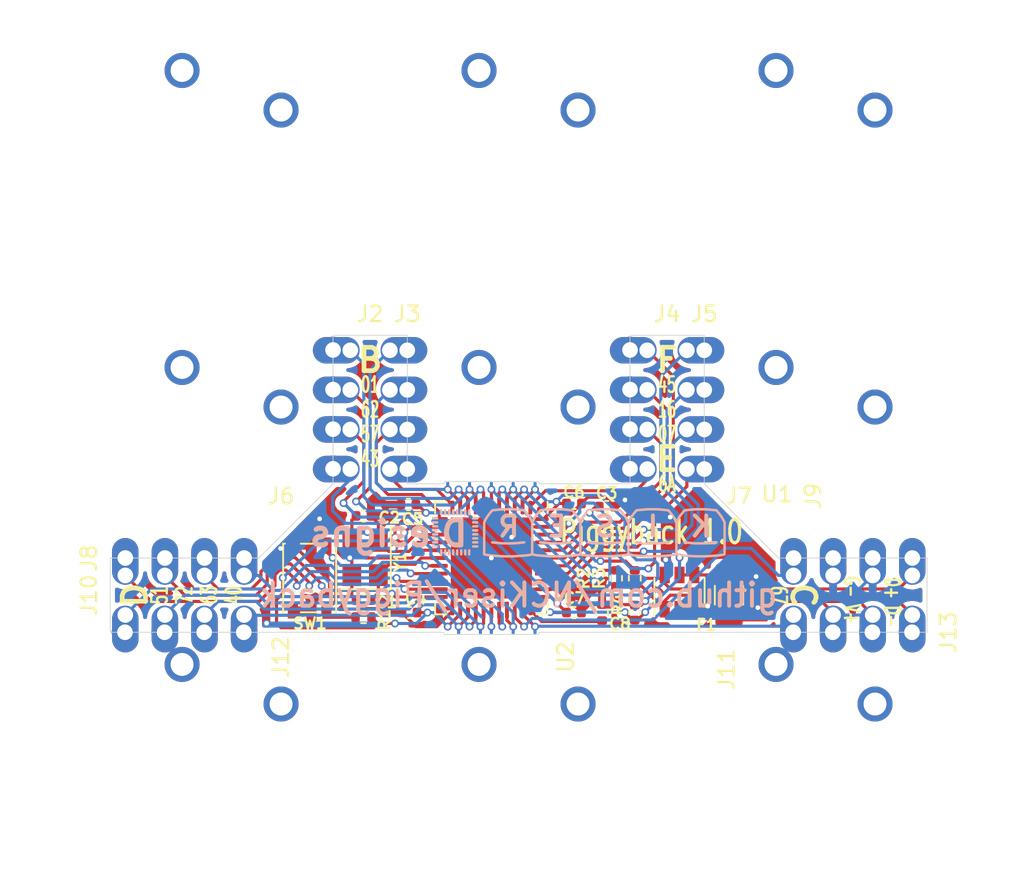
<source format=kicad_pcb>
(kicad_pcb (version 20210824) (generator pcbnew)
  (layers (0 "F.Cu" signal) (31 "B.Cu" signal) (34 "B.Paste" user) (35 "F.Paste" user) (36 "B.SilkS" user "B.Silkscreen") (37 "F.SilkS" user "F.Silkscreen") (38 "B.Mask" user) (39 "F.Mask" user) (44 "Edge.Cuts" user))
  (net 0 "")
  (net 1 "GND")
  (net 2 "+5V")
  (net 3 "VCC")
  (net 4 "D-")
  (net 5 "D+")
  (net 24 "RESET")
  (net 25 "D++")
  (net 26 "D--")
  (net 27 "X1")
  (net 28 "X2")
  (net 29 "UCAP")
  (net 30 "E2{slash}HWB")
  (net 31 "AREF")
  (net 32 "F0")
  (net 33 "F1")
  (net 34 "F4")
  (net 35 "F5")
  (net 36 "F6")
  (net 37 "F7")
  (net 38 "C7")
  (net 39 "C6")
  (net 40 "B6")
  (net 41 "B5")
  (net 42 "B4")
  (net 43 "D7")
  (net 44 "D6")
  (net 45 "D4")
  (net 46 "D5")
  (net 47 "D3")
  (net 48 "D2")
  (net 49 "D1")
  (net 50 "D0")
  (net 51 "B7")
  (net 52 "B0")
  (net 53 "E6")
  (net 54 "B3")
  (net 55 "B2")
  (net 56 "B1")
  (footprint "Capacitor_SMD:C_0402_1005Metric" (layer "F.Cu") (at 93.175 86.84375 90)
    (fp_text reference "C8")
    (fp_text value "10uF")
  )
  (footprint "Crystal:Crystal_SMD_3225-4Pin_3.2x2.5mm" (layer "F.Cu") (at 75.875 83.34375 90)
    (fp_text reference "Y1")
    (fp_text value "16MHz")
  )
  (footprint "Capacitor_SMD:C_0402_1005Metric" (layer "F.Cu") (at 75.775 86.04375 180)
    (fp_text reference "C1")
    (fp_text value "22pF")
  )
  (footprint "Capacitor_SMD:C_0402_1005Metric" (layer "F.Cu") (at 78.725 86.84375 180)
    (fp_text reference "C4")
    (fp_text value "0.1uF")
  )
  (footprint "Capacitor_SMD:C_0402_1005Metric" (layer "F.Cu") (at 75.775 80.64375 180)
    (fp_text reference "C2")
    (fp_text value "22pF")
  )
  (footprint "Capacitor_SMD:C_0402_1005Metric" (layer "F.Cu") (at 78.653459 79.908459 180)
    (fp_text reference "C5")
    (fp_text value "0.1uF")
  )
  (footprint "Capacitor_SMD:C_0402_1005Metric" (layer "F.Cu") (at 89.275 79.84375)
    (fp_text reference "C6")
    (fp_text value "0.1uF")
  )
  (footprint "Capacitor_SMD:C_0402_1005Metric" (layer "F.Cu") (at 91.375 80.04375)
    (fp_text reference "C3")
    (fp_text value "1uF")
  )
  (footprint "Resistor_SMD:R_0402_1005Metric" (layer "F.Cu") (at 75.775 87.14375 180)
    (fp_text reference "R1")
    (fp_text value "10k")
  )
  (footprint "Resistor_SMD:R_0402_1005Metric" (layer "F.Cu") (at 91.075 86.84375 -90)
    (fp_text reference "R4")
    (fp_text value "10K")
  )
  (footprint "Button_Switch_SMD:SW_SPST_PTS810" (layer "F.Cu") (at 72.317123 84.625014 90)
    (fp_text reference "SW1")
    (fp_text value "SW_Push")
  )
  (footprint "Fuse:Fuse_1206_3216Metric" (layer "F.Cu") (at 99.21875 85.725 -90)
    (fp_text reference "F1")
    (fp_text value "500mA")
  )
  (footprint "Resistor_SMD:R_0402_1005Metric" (layer "F.Cu") (at 93.175 84.64375 -90)
    (fp_text reference "R3")
    (fp_text value "22")
  )
  (footprint "Resistor_SMD:R_0402_1005Metric" (layer "F.Cu") (at 91.975 84.64375 -90)
    (fp_text reference "R2")
    (fp_text value "22")
  )
  (footprint "Capacitor_SMD:C_0402_1005Metric" (layer "F.Cu") (at 89.275 86.84375)
    (fp_text reference "C7")
    (fp_text value "0.1uF")
  )
  (footprint "Connector_PinHeader_2.54mm:PinHeader_1x04_P2.54mm_Vertical" (layer "F.Cu") (at 68.09375 88.10625 -90)
    (fp_text reference "J12")
    (fp_text value "Conn_01x04_Female")
  )
  (footprint "Package_TO_SOT_SMD:SOT-23-6" (layer "F.Cu") (at 96.04375 85.53 90)
    (fp_text reference "U1")
    (fp_text value "SRV05-4")
  )
  (footprint "Connector_PinHeader_2.54mm:PinHeader_1x04_P2.54mm_Vertical" (layer "F.Cu") (at 92.86875 77.61875 180)
    (fp_text reference "J7")
    (fp_text value "Conn_01x04_Female")
  )
  (footprint "Connector_PinHeader_2.54mm:PinHeader_1x04_P2.54mm_Vertical" (layer "F.Cu") (at 97.63125 70.01875)
    (fp_text reference "J5")
    (fp_text value "Conn_01x04_Female")
  )
  (footprint "Connector_PinHeader_2.54mm:PinHeader_1x04_P2.54mm_Vertical" (layer "F.Cu") (at 78.58125 70.01875)
    (fp_text reference "J3")
    (fp_text value "Conn_01x04_Female")
  )
  (footprint "Connector_PinHeader_2.54mm:PinHeader_2x04_P2.54mm_Vertical" (layer "F.Cu") (at 93.975 70.01875)
    (fp_text reference "J4")
    (fp_text value "Conn_02x04_Odd_Even")
  )
  (footprint "Connector_PinHeader_2.54mm:PinHeader_1x04_P2.54mm_Vertical" (layer "F.Cu") (at 103.35625 83.34375 90)
    (fp_text reference "J9")
    (fp_text value "Conn_01x04_Female")
  )
  (footprint "Connector_PinHeader_2.54mm:PinHeader_1x04_P2.54mm_Vertical" (layer "F.Cu") (at 60.49375 83.34375 90)
    (fp_text reference "J8")
    (fp_text value "Conn_01x04_Female")
  )
  (footprint "Connector_PinHeader_2.54mm:PinHeader_1x04_P2.54mm_Vertical" (layer "F.Cu") (at 73.81875 77.61875 180)
    (fp_text reference "J6")
    (fp_text value "Conn_01x04_Female")
  )
  (footprint "Connector_PinHeader_2.54mm:PinHeader_2x04_P2.54mm_Vertical" (layer "F.Cu") (at 60.49375 87 90)
    (fp_text reference "J10")
    (fp_text value "Conn_02x04_Odd_Even")
  )
  (footprint "Connector_PinHeader_2.54mm:PinHeader_1x04_P2.54mm_Vertical" (layer "F.Cu") (at 110.95625 88.10625 -90)
    (fp_text reference "J13")
    (fp_text value "Conn_01x04_Female")
  )
  (footprint "Connector_PinHeader_2.54mm:PinHeader_2x04_P2.54mm_Vertical" (layer "F.Cu") (at 74.925 70.01875)
    (fp_text reference "J2")
    (fp_text value "Conn_02x04_Odd_Even")
  )
  (footprint "Package_DFN_QFN:QFN-44-1EP_7x7mm_P0.5mm_EP5.2x5.2mm" (layer "F.Cu") (at 83.975 83.34375 -90)
    (fp_text reference "U2")
    (fp_text value "ATmega32U4-MU")
  )
  (footprint "Connector_PinHeader_2.54mm:PinHeader_2x04_P2.54mm_Vertical" (layer "F.Cu") (at 103.35625 87 90)
    (fp_text reference "J11")
    (fp_text value "Conn_02x04_Odd_Even")
  )
  (footprint "MX_Only:MXOnly-1U-NoLED" (layer "B.Cu") (at 66.675 57.15 180)
    (fp_text reference "MX1")
    (fp_text value "MX-NoLED")
  )
  (footprint "MX_Only:MXOnly-1U-NoLED" (layer "B.Cu") (at 66.675 76.2 180)
    (fp_text reference "MX4")
    (fp_text value "MX-NoLED")
  )
  (footprint "MX_Only:MXOnly-1U-NoLED" (layer "B.Cu") (at 66.675 95.25 180)
    (fp_text reference "MX7")
    (fp_text value "MX-NoLED")
  )
  (footprint "MX_Only:MXOnly-1U-NoLED" (layer "B.Cu") (at 85.725 57.15 180)
    (fp_text reference "MX2")
    (fp_text value "MX-NoLED")
  )
  (footprint "MX_Only:MXOnly-1U-NoLED" (layer "B.Cu") (at 85.725 76.2 180)
    (fp_text reference "MX5")
    (fp_text value "MX-NoLED")
  )
  (footprint "MX_Only:MXOnly-1U-NoLED" (layer "B.Cu") (at 85.725 95.25 180)
    (fp_text reference "MX8")
    (fp_text value "MX-NoLED")
  )
  (footprint "MX_Only:MXOnly-1U-NoLED" (layer "B.Cu") (at 104.775 57.15 180)
    (fp_text reference "MX3")
    (fp_text value "MX-NoLED")
  )
  (footprint "MX_Only:MXOnly-1U-NoLED" (layer "B.Cu") (at 104.775 76.2 180)
    (fp_text reference "MX6")
    (fp_text value "MX-NoLED")
  )
  (footprint "MX_Only:MXOnly-1U-NoLED" (layer "B.Cu") (at 104.775 95.25 180)
    (fp_text reference "MX9")
    (fp_text value "MX-NoLED")
  )
  (footprint "LOGO" (layer "B.Cu") (at 85.725 81.75625 180)
    (fp_text reference "G***" hide)
    (fp_text value "LOGO" hide)
  )
  (gr_line (start 80.975 88.24375) (end 86.975 88.24375) (layer "Edge.Cuts") (width 0.05))
  (gr_line (start 78.58125 69.05625) (end 78.58125 78.58125) (layer "Edge.Cuts") (width 0.05))
  (gr_line (start 86.975 88.24375) (end 87.075 88.10625) (layer "Edge.Cuts") (width 0.05))
  (gr_line (start 78.58125 78.58125) (end 80.875 78.58125) (layer "Edge.Cuts") (width 0.05))
  (gr_line (start 111.91875 83.34375) (end 111.91875 88.10625) (layer "Edge.Cuts") (width 0.05))
  (gr_line (start 59.53125 83.34375) (end 69.05625 83.34375) (layer "Edge.Cuts") (width 0.05))
  (gr_line (start 102.39375 83.34375) (end 111.91875 83.34375) (layer "Edge.Cuts") (width 0.05))
  (gr_line (start 59.53125 88.10625) (end 80.875 88.10625) (layer "Edge.Cuts") (width 0.05))
  (gr_line (start 92.86875 69.05625) (end 97.63125 69.05625) (layer "Edge.Cuts") (width 0.05))
  (gr_line (start 73.81875 69.05625) (end 78.58125 69.05625) (layer "Edge.Cuts") (width 0.05))
  (gr_line (start 80.975 88.24375) (end 80.875 88.10625) (layer "Edge.Cuts") (width 0.05))
  (gr_line (start 80.975 78.44375) (end 80.875 78.58125) (layer "Edge.Cuts") (width 0.05))
  (gr_line (start 69.05625 83.34375) (end 73.81875 78.58125) (layer "Edge.Cuts") (width 0.05))
  (gr_line (start 86.975 78.44375) (end 87.075 78.58125) (layer "Edge.Cuts") (width 0.05))
  (gr_line (start 97.63125 69.05625) (end 97.63125 78.58125) (layer "Edge.Cuts") (width 0.05))
  (gr_line (start 80.975 78.44375) (end 86.975 78.44375) (layer "Edge.Cuts") (width 0.05))
  (gr_line (start 92.86875 78.58125) (end 87.075 78.58125) (layer "Edge.Cuts") (width 0.05))
  (gr_line (start 59.53125 88.10625) (end 59.53125 83.34375) (layer "Edge.Cuts") (width 0.05))
  (gr_line (start 73.81875 78.58125) (end 73.81875 69.05625) (layer "Edge.Cuts") (width 0.05))
  (gr_line (start 97.63125 78.58125) (end 102.39375 83.34375) (layer "Edge.Cuts") (width 0.05))
  (gr_line (start 92.86875 78.58125) (end 92.86875 69.05625) (layer "Edge.Cuts") (width 0.05))
  (gr_line (start 111.91875 88.10625) (end 87.075 88.10625) (layer "Edge.Cuts") (width 0.05))
  (gr_text "github.com/NCKiser/Piggyback" (at 85.725 85.725) (layer "B.SilkS") (effects (font (size 1.5 1.4) (thickness 0.25)) (justify mirror)))
  (gr_text "D+ D-" (at 109.694408 86.171253 270) (layer "F.SilkS") (effects (font (size 1 0.6))))
  (gr_text "51" (at 62.70125 85.725 90) (layer "F.SilkS") (effects (font (size 1 0.6))))
  (gr_text "B" (at 76.2 70.64875) (layer "F.SilkS") (effects (font (size 1.5 1.5) (thickness 0.3))))
  (gr_text "C" (at 103.98125 85.725 270) (layer "F.SilkS") (effects (font (size 1.5 1.5) (thickness 0.3))))
  (gr_text "57" (at 76.195 75.40625) (layer "F.SilkS") (effects (font (size 1 0.6))))
  (gr_text "63\n" (at 65.87625 85.725 90) (layer "F.SilkS") (effects (font (size 1 0.6))))
  (gr_text "D" (at 61.11375 85.725 90) (layer "F.SilkS") (effects (font (size 1.5 1.5) (thickness 0.3))))
  (gr_text "16" (at 95.245 73.81875) (layer "F.SilkS") (effects (font (size 1 0.6))))
  (gr_text "G- V+" (at 107.099131 86.029309 270) (layer "F.SilkS") (effects (font (size 1 0.6))))
  (gr_text "67" (at 102.39375 85.725 270) (layer "F.SilkS") (effects (font (size 1 0.6))))
  (gr_text "43" (at 76.195 76.99375) (layer "F.SilkS") (effects (font (size 1 0.6))))
  (gr_text "E" (at 95.245 76.99875) (layer "F.SilkS") (effects (font (size 1.5 1.5) (thickness 0.3))))
  (gr_text "07" (at 95.245 75.40625) (layer "F.SilkS") (effects (font (size 1 0.6))))
  (gr_text "6A" (at 95.25 78.58625) (layer "F.SilkS") (effects (font (size 1 0.6))))
  (gr_text "45" (at 95.245 72.23125) (layer "F.SilkS") (effects (font (size 1 0.6))))
  (gr_text "Piggyback 1.0" (at 94.239155 81.678156) (layer "F.SilkS") (effects (font (size 1.5 1.1) (thickness 0.2))))
  (gr_text "72" (at 64.28875 85.73 90) (layer "F.SilkS") (effects (font (size 1 0.6))))
  (gr_text "F" (at 95.245 70.64375) (layer "F.SilkS") (effects (font (size 1.5 1.5) (thickness 0.3))))
  (gr_text "40" (at 67.46375 85.725 90) (layer "F.SilkS") (effects (font (size 1 0.6))))
  (gr_text "01" (at 76.195 72.23125) (layer "F.SilkS") (effects (font (size 1 0.6))))
  (gr_text "62" (at 76.195 73.81875) (layer "F.SilkS") (effects (font (size 1 0.6))))
  (segment (start 87.3125 81.34375) (end 85.975 81.34375) (width 0.2) (layer "F.Cu") (net 1))
  (segment (start 73.995 81.61875) (end 74.059743 81.683493) (width 0.2) (layer "F.Cu") (net 1))
  (segment (start 89.755 86.84375) (end 90.265 86.33375) (width 0.2) (layer "F.Cu") (net 1))
  (segment (start 93.593414 86.36375) (end 93.851082 86.106082) (width 0.2) (layer "F.Cu") (net 1))
  (segment (start 74.059743 81.683493) (end 74.059743 82.906575) (width 0.2) (layer "F.Cu") (net 1))
  (segment (start 89.755 79.84375) (end 89.08 80.51875) (width 0.2) (layer "F.Cu") (net 1))
  (segment (start 93.59 86.36375) (end 93.593414 86.36375) (width 0.2) (layer "F.Cu") (net 1))
  (segment (start 84.475 80.00625) (end 84.475 82.84375) (width 0.2) (layer "F.Cu") (net 1))
  (segment (start 100.95625 84.53) (end 100.95625 83.73) (width 0.2) (layer "F.Cu") (net 1))
  (segment (start 70.45625 82.73) (end 70.636236 82.550014) (width 0.2) (layer "F.Cu") (net 1))
  (segment (start 76.725 82.24375) (end 77.4 82.91875) (width 0.2) (layer "F.Cu") (net 1))
  (segment (start 84.475 80.00625) (end 84.475 79.14375) (width 0.2) (layer "F.Cu") (net 1))
  (segment (start 90.265 86.33375) (end 91.075 86.33375) (width 0.2) (layer "F.Cu") (net 1))
  (segment (start 80.6375 82.34375) (end 82.975 82.34375) (width 0.2) (layer "F.Cu") (net 1))
  (segment (start 96.99375 86.63) (end 97.65625 86.63) (width 0.2) (layer "F.Cu") (net 1))
  (segment (start 78.695 82.91875) (end 79.27 82.34375) (width 0.2) (layer "F.Cu") (net 1))
  (segment (start 77.987533 86.586283) (end 78.245 86.84375) (width 0.2) (layer "F.Cu") (net 1))
  (segment (start 75.025 84.44375) (end 75.025 83.46125) (width 0.2) (layer "F.Cu") (net 1))
  (segment (start 95.445 80.71875) (end 95.445 83.167187) (width 0.2) (layer "F.Cu") (net 1))
  (segment (start 71.242123 82.550014) (end 71.963736 82.550014) (width 0.2) (layer "F.Cu") (net 1))
  (segment (start 93.175 86.36375) (end 93.59 86.36375) (width 0.2) (layer "F.Cu") (net 1))
  (segment (start 81.475 86.68125) (end 81.475 85.84375) (width 0.2) (layer "F.Cu") (net 1))
  (segment (start 95.445 83.167187) (end 95.159732 83.452455) (width 0.2) (layer "F.Cu") (net 1))
  (segment (start 72.895 81.61875) (end 73.995 81.61875) (width 0.2) (layer "F.Cu") (net 1))
  (segment (start 73.595 85.41875) (end 73.595 84.81875) (width 0.2) (layer "F.Cu") (net 1))
  (segment (start 91.855 80.04375) (end 91.255 79.44375) (width 0.2) (layer "F.Cu") (net 1))
  (segment (start 75.295 86.04375) (end 75.837533 86.586283) (width 0.2) (layer "F.Cu") (net 1))
  (segment (start 79.145 87.74375) (end 78.245 86.84375) (width 0.2) (layer "F.Cu") (net 1))
  (segment (start 74.059743 82.906575) (end 74.483168 83.33) (width 0.2) (layer "F.Cu") (net 1))
  (segment (start 75.025 85.77375) (end 75.025 84.44375) (width 0.2) (layer "F.Cu") (net 1))
  (segment (start 75.837533 86.586283) (end 77.987533 86.586283) (width 0.2) (layer "F.Cu") (net 1))
  (segment (start 89.755 86.84375) (end 88.255 85.34375) (width 0.2) (layer "F.Cu") (net 1))
  (segment (start 91.255 79.44375) (end 90.155 79.44375) (width 0.2) (layer "F.Cu") (net 1))
  (segment (start 100.95625 83.73) (end 97.945 80.71875) (width 0.2) (layer "F.Cu") (net 1))
  (segment (start 75.295 86.04375) (end 75.025 85.77375) (width 0.2) (layer "F.Cu") (net 1))
  (segment (start 75.025 83.46125) (end 74.89375 83.33) (width 0.2) (layer "F.Cu") (net 1))
  (segment (start 70.636236 82.550014) (end 71.242123 82.550014) (width 0.2) (layer "F.Cu") (net 1))
  (segment (start 76.725 81.11375) (end 76.255 80.64375) (width 0.2) (layer "F.Cu") (net 1))
  (segment (start 89.08 80.51875) (end 88.645 80.51875) (width 0.2) (layer "F.Cu") (net 1))
  (segment (start 78.245 80.07875) (end 78.245 79.84375) (width 0.2) (layer "F.Cu") (net 1))
  (segment (start 79.27 82.34375) (end 80.6375 82.34375) (width 0.2) (layer "F.Cu") (net 1))
  (segment (start 77.4 82.91875) (end 78.695 82.91875) (width 0.2) (layer "F.Cu") (net 1))
  (segment (start 71.242123 86.700014) (end 72.113736 86.700014) (width 0.2) (layer "F.Cu") (net 1))
  (segment (start 76.725 81.59875) (end 78.245 80.07875) (width 0.2) (layer "F.Cu") (net 1))
  (segment (start 88.255 85.34375) (end 87.3125 85.34375) (width 0.2) (layer "F.Cu") (net 1))
  (segment (start 73.295 85.71875) (end 73.595 85.41875) (width 0.2) (layer "F.Cu") (net 1))
  (segment (start 97.65625 86.63) (end 97.85625 86.43) (width 0.2) (layer "F.Cu") (net 1))
  (segment (start 91.855 80.04375) (end 92.12 80.04375) (width 0.2) (layer "F.Cu") (net 1))
  (segment (start 74.483168 83.33) (end 74.89375 83.33) (width 0.2) (layer "F.Cu") (net 1))
  (segment (start 97.945 80.71875) (end 95.445 80.71875) (width 0.2) (layer "F.Cu") (net 1))
  (segment (start 71.963736 82.550014) (end 72.895 81.61875) (width 0.2) (layer "F.Cu") (net 1))
  (segment (start 80.475 87.74375) (end 79.145 87.74375) (width 0.2) (layer "F.Cu") (net 1))
  (segment (start 76.725 81.11375) (end 76.725 82.24375) (width 0.2) (layer "F.Cu") (net 1))
  (segment (start 90.155 79.44375) (end 89.755 79.84375) (width 0.2) (layer "F.Cu") (net 1))
  (segment (start 73.095 85.71875) (end 73.295 85.71875) (width 0.2) (layer "F.Cu") (net 1))
  (segment (start 87.3125 85.34375) (end 85.975 85.34375) (width 0.2) (layer "F.Cu") (net 1))
  (segment (start 92.12 80.04375) (end 92.545 79.61875) (width 0.2) (layer "F.Cu") (net 1))
  (segment (start 96.04375 86.63) (end 96.99375 86.63) (width 0.2) (layer "F.Cu") (net 1))
  (segment (start 72.113736 86.700014) (end 73.095 85.71875) (width 0.2) (layer "F.Cu") (net 1))
  (segment (start 88.645 80.51875) (end 87.82 81.34375) (width 0.2) (layer "F.Cu") (net 1))
  (segment (start 84.475 79.14375) (end 84.675 78.94375) (width 0.2) (layer "F.Cu") (net 1))
  (segment (start 81.475 86.74375) (end 80.475 87.74375) (width 0.2) (layer "F.Cu") (net 1))
  (segment (start 91.075 86.33375) (end 93.145 86.33375) (width 0.2) (layer "F.Cu") (net 1))
  (segment (start 87.82 81.34375) (end 87.3125 81.34375) (width 0.2) (layer "F.Cu") (net 1))
  (segment (start 73.595 84.81875) (end 71.326264 82.550014) (width 0.2) (layer "F.Cu") (net 1))
  (via (at 95.445 80.71875) (size 0.5) (drill 0.3) (layers "F.Cu" "B.Cu") (net 1))
  (via (at 72.95625 80.83) (size 0.5) (drill 0.3) (layers "F.Cu" "B.Cu") (net 1))
  (via (at 97.95625 82.13) (size 0.5) (drill 0.3) (layers "F.Cu" "B.Cu") (net 1))
  (via (at 95.159732 83.452455) (size 0.5) (drill 0.3) (layers "F.Cu" "B.Cu") (net 1))
  (via (at 70.45625 82.73) (size 0.5) (drill 0.3) (layers "F.Cu" "B.Cu") (net 1))
  (via (at 92.545 79.61875) (size 0.5) (drill 0.3) (layers "F.Cu" "B.Cu") (net 1))
  (via (at 97.85625 86.43) (size 0.5) (drill 0.3) (layers "F.Cu" "B.Cu") (net 1))
  (via (at 74.89375 83.33) (size 0.5) (drill 0.3) (layers "F.Cu" "B.Cu") (net 1))
  (via (at 101.069063 86.523749) (size 0.5) (drill 0.3) (layers "F.Cu" "B.Cu") (net 1))
  (via (at 83.975 83.34375) (size 0.5) (drill 0.3) (layers "F.Cu" "B.Cu") (net 1))
  (via (at 84.675 78.94375) (size 0.5) (drill 0.3) (layers "F.Cu" "B.Cu") (net 1))
  (via (at 90.55625 84.83) (size 0.5) (drill 0.3) (layers "F.Cu" "B.Cu") (net 1))
  (via (at 93.851082 86.106082) (size 0.5) (drill 0.3) (layers "F.Cu" "B.Cu") (net 1))
  (via (at 76.021539 81.675334) (size 0.5) (drill 0.3) (layers "F.Cu" "B.Cu") (net 1))
  (via (at 77.695 82.71875) (size 0.5) (drill 0.3) (layers "F.Cu" "B.Cu") (net 1))
  (via (at 100.95625 84.53) (size 0.5) (drill 0.3) (layers "F.Cu" "B.Cu") (net 1))
  (via (at 85.27633 82.009919) (size 0.5) (drill 0.3) (layers "F.Cu" "B.Cu") (net 1))
  (via (at 69.55625 87.53) (size 0.5) (drill 0.3) (layers "F.Cu" "B.Cu") (net 1))
  (segment (start 82.275 86.04375) (end 83.375 87.14375) (width 0.2) (layer "B.Cu") (net 1))
  (segment (start 84.675 78.94375) (end 89.975 84.24375) (width 0.2) (layer "B.Cu") (net 1))
  (segment (start 102.6675 85.71875) (end 102.145 85.71875) (width 0.2) (layer "B.Cu") (net 1))
  (segment (start 94.345 79.61875) (end 95.445 80.71875) (width 0.2) (layer "B.Cu") (net 1))
  (segment (start 93.851082 86.106082) (end 95.159732 84.797432) (width 0.2) (layer "B.Cu") (net 1))
  (segment (start 75.88375 83.33) (end 76.495 82.71875) (width 0.2) (layer "B.Cu") (net 1))
  (segment (start 97.85625 86.43) (end 98.55625 85.73) (width 0.2) (layer "B.Cu") (net 1))
  (segment (start 95.159732 84.797432) (end 95.159732 83.452455) (width 0.2) (layer "B.Cu") (net 1))
  (segment (start 74.275 81.54375) (end 76.075 81.54375) (width 0.2) (layer "B.Cu") (net 1))
  (segment (start 76.075 81.54375) (end 76.075 81.634151) (width 0.2) (layer "B.Cu") (net 1))
  (segment (start 74.89375 83.33) (end 75.88375 83.33) (width 0.2) (layer "B.Cu") (net 1))
  (segment (start 108.43625 84.46) (end 107.1775 85.71875) (width 0.2) (layer "B.Cu") (net 1))
  (segment (start 82.275 86.04375) (end 81.275 85.04375) (width 0.2) (layer "B.Cu") (net 1))
  (segment (start 76.495 82.71875) (end 77.695 82.71875) (width 0.2) (layer "B.Cu") (net 1))
  (segment (start 92.545 79.61875) (end 94.345 79.61875) (width 0.2) (layer "B.Cu") (net 1))
  (segment (start 102.145 85.71875) (end 100.95625 84.53) (width 0.2) (layer "B.Cu") (net 1))
  (segment (start 76.075 81.634151) (end 76.051004 81.658147) (width 0.2) (layer "B.Cu") (net 1))
  (segment (start 98.55625 85.73) (end 102.65625 85.73) (width 0.2) (layer "B.Cu") (net 1))
  (segment (start 89.975 84.24375) (end 89.975 84.24875) (width 0.2) (layer "B.Cu") (net 1))
  (segment (start 89.975 84.24875) (end 90.55625 84.83) (width 0.2) (layer "B.Cu") (net 1))
  (segment (start 76.075 81.54375) (end 77.375 81.54375) (width 0.2) (layer "B.Cu") (net 1))
  (segment (start 107.1775 85.71875) (end 102.6675 85.71875) (width 0.2) (layer "B.Cu") (net 1))
  (segment (start 102.65625 85.73) (end 102.6675 85.71875) (width 0.2) (layer "B.Cu") (net 1))
  (segment (start 83.475 80.00625) (end 83.475 79.14375) (width 0.2) (layer "F.Cu") (net 2))
  (segment (start 78.095 82.31875) (end 77.795 82.01875) (width 0.2) (layer "F.Cu") (net 2))
  (segment (start 88.2075 86.25625) (end 87.795 85.84375) (width 0.2) (layer "F.Cu") (net 2))
  (segment (start 80.6375 81.84375) (end 79.07 81.84375) (width 0.2) (layer "F.Cu") (net 2))
  (segment (start 81.975 86.94375) (end 81.175 87.74375) (width 0.2) (layer "F.Cu") (net 2))
  (segment (start 70.595 85.61875) (end 70.595 84.61875) (width 0.2) (layer "F.Cu") (net 2))
  (segment (start 79.205 86.84375) (end 79.875 86.84375) (width 0.2) (layer "F.Cu") (net 2))
  (segment (start 87.795 85.84375) (end 87.3125 85.84375) (width 0.2) (layer "F.Cu") (net 2))
  (segment (start 79.07 81.84375) (end 78.595 82.31875) (width 0.2) (layer "F.Cu") (net 2))
  (segment (start 78.77 80.44375) (end 79.775 80.44375) (width 0.2) (layer "F.Cu") (net 2))
  (segment (start 93.05 87.32375) (end 92.545 86.81875) (width 0.2) (layer "F.Cu") (net 2))
  (segment (start 70.195 86.01875) (end 70.595 85.61875) (width 0.2) (layer "F.Cu") (net 2))
  (segment (start 70.495 87.81875) (end 70.195 87.51875) (width 0.2) (layer "F.Cu") (net 2))
  (segment (start 93.34 87.32375) (end 93.845 86.81875) (width 0.2) (layer "F.Cu") (net 2))
  (segment (start 88.25875 79.84375) (end 88.795 79.84375) (width 0.2) (layer "F.Cu") (net 2))
  (segment (start 88.795 86.84375) (end 88.2075 86.25625) (width 0.2) (layer "F.Cu") (net 2))
  (segment (start 77.795 82.01875) (end 77.795 81.41875) (width 0.2) (layer "F.Cu") (net 2))
  (segment (start 76.285 87.14375) (end 76.685 87.54375) (width 0.2) (layer "F.Cu") (net 2))
  (segment (start 76.685 87.54375) (end 77.795 87.54375) (width 0.2) (layer "F.Cu") (net 2))
  (segment (start 99.11375 84.43) (end 96.04375 84.43) (width 0.2) (layer "F.Cu") (net 2))
  (segment (start 70.195 87.51875) (end 70.195 86.01875) (width 0.2) (layer "F.Cu") (net 2))
  (segment (start 79.675 80.34375) (end 79.775 80.44375) (width 0.2) (layer "F.Cu") (net 2))
  (segment (start 79.205 79.87375) (end 79.675 80.34375) (width 0.2) (layer "F.Cu") (net 2))
  (segment (start 76.685 87.54375) (end 76.41 87.81875) (width 0.2) (layer "F.Cu") (net 2))
  (segment (start 99.21875 84.325) (end 99.11375 84.43) (width 0.2) (layer "F.Cu") (net 2))
  (segment (start 85.975 79.74375) (end 86.775 78.94375) (width 0.2) (layer "F.Cu") (net 2))
  (segment (start 77.795 81.41875) (end 78.77 80.44375) (width 0.2) (layer "F.Cu") (net 2))
  (segment (start 96.04375 83.32) (end 96.045 83.31875) (width 0.2) (layer "F.Cu") (net 2))
  (segment (start 87.77 86.84375) (end 87.745 86.81875) (width 0.2) (layer "F.Cu") (net 2))
  (segment (start 88.795 86.84375) (end 87.77 86.84375) (width 0.2) (layer "F.Cu") (net 2))
  (segment (start 76.41 87.81875) (end 70.495 87.81875) (width 0.2) (layer "F.Cu") (net 2))
  (segment (start 88.145 79.73) (end 88.25875 79.84375) (width 0.2) (layer "F.Cu") (net 2))
  (segment (start 96.04375 84.43) (end 96.04375 83.32) (width 0.2) (layer "F.Cu") (net 2))
  (segment (start 88.3125 79.84375) (end 87.3125 80.84375) (width 0.2) (layer "F.Cu") (net 2))
  (segment (start 83.475 79.14375) (end 83.275 78.94375) (width 0.2) (layer "F.Cu") (net 2))
  (segment (start 78.595 82.31875) (end 78.095 82.31875) (width 0.2) (layer "F.Cu") (net 2))
  (via (at 93.845 86.81875) (size 0.5) (drill 0.3) (layers "F.Cu" "B.Cu") (net 2))
  (via (at 77.795 87.54375) (size 0.5) (drill 0.3) (layers "F.Cu" "B.Cu") (net 2))
  (via (at 79.775 80.44375) (size 0.5) (drill 0.3) (layers "F.Cu" "B.Cu") (net 2))
  (via (at 92.545 86.81875) (size 0.5) (drill 0.3) (layers "F.Cu" "B.Cu") (net 2))
  (via (at 87.745 86.81875) (size 0.5) (drill 0.3) (layers "F.Cu" "B.Cu") (net 2))
  (via (at 83.275 78.94375) (size 0.5) (drill 0.3) (layers "F.Cu" "B.Cu") (net 2))
  (via (at 96.045 83.31875) (size 0.5) (drill 0.3) (layers "F.Cu" "B.Cu") (net 2))
  (via (at 70.595 84.61875) (size 0.5) (drill 0.3) (layers "F.Cu" "B.Cu") (net 2))
  (via (at 88.2075 86.25625) (size 0.5) (drill 0.3) (layers "F.Cu" "B.Cu") (net 2))
  (via (at 79.875 86.84375) (size 0.5) (drill 0.3) (layers "F.Cu" "B.Cu") (net 2))
  (via (at 88.145 79.73) (size 0.5) (drill 0.3) (layers "F.Cu" "B.Cu") (net 2))
  (via (at 81.175 87.74375) (size 0.5) (drill 0.3) (layers "F.Cu" "B.Cu") (net 2))
  (via (at 77.795 82.01875) (size 0.5) (drill 0.3) (layers "F.Cu" "B.Cu") (net 2))
  (via (at 86.775 78.94375) (size 0.5) (drill 0.3) (layers "F.Cu" "B.Cu") (net 2))
  (segment (start 77.795 82.01875) (end 77.6 82.01875) (width 0.2) (layer "B.Cu") (net 2))
  (segment (start 86.775 78.94875) (end 86.775 78.94375) (width 0.2) (layer "B.Cu") (net 2))
  (segment (start 80.275 86.84375) (end 81.175 87.74375) (width 0.2) (layer "B.Cu") (net 2))
  (segment (start 88.2075 86.25625) (end 82.395 80.44375) (width 0.2) (layer "B.Cu") (net 2))
  (segment (start 72.97 82.24375) (end 70.595 84.61875) (width 0.2) (layer "B.Cu") (net 2))
  (segment (start 90.945 79.31875) (end 92.545 80.91875) (width 0.2) (layer "B.Cu") (net 2))
  (segment (start 88.145 79.73) (end 87.55625 79.73) (width 0.2) (layer "B.Cu") (net 2))
  (segment (start 96.045 84.61875) (end 96.045 83.31875) (width 0.2) (layer "B.Cu") (net 2))
  (segment (start 79.175 87.54375) (end 79.875 86.84375) (width 0.2) (layer "B.Cu") (net 2))
  (segment (start 77.375 82.24375) (end 72.97 82.24375) (width 0.2) (layer "B.Cu") (net 2))
  (segment (start 79.875 86.84375) (end 80.275 86.84375) (width 0.2) (layer "B.Cu") (net 2))
  (segment (start 93.845 86.81875) (end 96.045 84.61875) (width 0.2) (layer "B.Cu") (net 2))
  (segment (start 77.6 82.01875) (end 77.375 82.24375) (width 0.2) (layer "B.Cu") (net 2))
  (segment (start 88.145 79.73) (end 88.145 79.71875) (width 0.2) (layer "B.Cu") (net 2))
  (segment (start 88.745 85.71875) (end 88.2075 86.25625) (width 0.2) (layer "B.Cu") (net 2))
  (segment (start 88.145 79.71875) (end 88.545 79.31875) (width 0.2) (layer "B.Cu") (net 2))
  (segment (start 94.645 84.61875) (end 93.545 85.71875) (width 0.2) (layer "B.Cu") (net 2))
  (segment (start 92.545 80.91875) (end 92.545 82.71875) (width 0.2) (layer "B.Cu") (net 2))
  (segment (start 93.285322 83.459072) (end 94.385322 83.459072) (width 0.2) (layer "B.Cu") (net 2))
  (segment (start 92.545 86.81875) (end 87.745 86.81875) (width 0.2) (layer "B.Cu") (net 2))
  (segment (start 93.545 85.71875) (end 88.745 85.71875) (width 0.2) (layer "B.Cu") (net 2))
  (segment (start 79.775 80.44375) (end 82.395 80.44375) (width 0.2) (layer "B.Cu") (net 2))
  (segment (start 88.545 79.31875) (end 90.945 79.31875) (width 0.2) (layer "B.Cu") (net 2))
  (segment (start 92.545 82.71875) (end 93.285322 83.459072) (width 0.2) (layer "B.Cu") (net 2))
  (segment (start 77.795 87.54375) (end 79.175 87.54375) (width 0.2) (layer "B.Cu") (net 2))
  (segment (start 87.55625 79.73) (end 86.775 78.94875) (width 0.2) (layer "B.Cu") (net 2))
  (segment (start 94.385322 83.459072) (end 94.645 83.71875) (width 0.2) (layer "B.Cu") (net 2))
  (segment (start 86.775 78.94375) (end 86.775 78.54375) (width 0.2) (layer "B.Cu") (net 2))
  (segment (start 81.775 80.44375) (end 83.275 78.94375) (width 0.2) (layer "B.Cu") (net 2))
  (segment (start 94.645 83.71875) (end 94.645 84.61875) (width 0.2) (layer "B.Cu") (net 2))
  (segment (start 105.16375 86.13) (end 102.7825 86.13) (width 0.2) (layer "F.Cu") (net 3))
  (segment (start 99.40625 87.3125) (end 99.21875 87.125) (width 0.2) (layer "F.Cu") (net 3))
  (segment (start 105.89625 87) (end 105.89625 86.8625) (width 0.2) (layer "F.Cu") (net 3))
  (segment (start 107.56625 86.13) (end 108.43625 87) (width 0.2) (layer "F.Cu") (net 3))
  (segment (start 102.7825 86.13) (end 101.6 87.3125) (width 0.2) (layer "F.Cu") (net 3))
  (segment (start 105.16375 86.13) (end 107.56625 86.13) (width 0.2) (layer "F.Cu") (net 3))
  (segment (start 101.6 87.3125) (end 99.40625 87.3125) (width 0.2) (layer "F.Cu") (net 3))
  (segment (start 105.89625 86.8625) (end 105.16375 86.13) (width 0.2) (layer "F.Cu") (net 3))
  (segment (start 105.89625 87) (end 108.43625 87) (width 0.2) (layer "B.Cu") (net 3))
  (segment (start 95.09375 86.0925) (end 95.45625 85.73) (width 0.2) (layer "F.Cu") (net 4))
  (segment (start 95.09375 86.63) (end 93.6175 85.15375) (width 0.2) (layer "F.Cu") (net 4))
  (segment (start 95.09375 86.63) (end 95.09375 86.0925) (width 0.2) (layer "F.Cu") (net 4))
  (segment (start 109.70625 85.73) (end 110.97625 87) (width 0.2) (layer "F.Cu") (net 4))
  (segment (start 93.6175 85.15375) (end 93.175 85.15375) (width 0.2) (layer "F.Cu") (net 4))
  (segment (start 95.45625 85.73) (end 109.70625 85.73) (width 0.2) (layer "F.Cu") (net 4))
  (segment (start 95.09375 84.43) (end 95.09375 84.9675) (width 0.2) (layer "F.Cu") (net 5))
  (segment (start 95.45625 85.33) (end 110.10625 85.33) (width 0.2) (layer "F.Cu") (net 5))
  (segment (start 94.88 84.64375) (end 92.485 84.64375) (width 0.2) (layer "F.Cu") (net 5))
  (segment (start 95.09375 84.9675) (end 95.45625 85.33) (width 0.2) (layer "F.Cu") (net 5))
  (segment (start 92.485 84.64375) (end 91.975 85.15375) (width 0.2) (layer "F.Cu") (net 5))
  (segment (start 110.10625 85.33) (end 110.97625 84.46) (width 0.2) (layer "F.Cu") (net 5))
  (segment (start 75.265 87.14375) (end 73.175 87.14375) (width 0.2) (layer "F.Cu") (net 24))
  (segment (start 73.392123 86.700014) (end 73.995 86.097137) (width 0.2) (layer "F.Cu") (net 24))
  (segment (start 73.175 87.14375) (end 73.15 87.11875) (width 0.2) (layer "F.Cu") (net 24))
  (segment (start 73.4325 82.96875) (end 73.79375 83.33) (width 0.2) (layer "F.Cu") (net 24))
  (segment (start 73.995 83.51875) (end 73.895 83.41875) (width 0.2) (layer "F.Cu") (net 24))
  (segment (start 78.77 81.34375) (end 80.6375 81.34375) (width 0.2) (layer "F.Cu") (net 24))
  (segment (start 78.395 81.71875) (end 78.77 81.34375) (width 0.2) (layer "F.Cu") (net 24))
  (segment (start 73.995 86.097137) (end 73.995 83.51875) (width 0.2) (layer "F.Cu") (net 24))
  (via (at 73.79375 83.33) (size 0.5) (drill 0.3) (layers "F.Cu" "B.Cu") (net 24))
  (via (at 78.395 81.71875) (size 0.5) (drill 0.3) (layers "F.Cu" "B.Cu") (net 24))
  (segment (start 74.295 83.81875) (end 76.095 83.81875) (width 0.2) (layer "B.Cu") (net 24))
  (segment (start 78.495 81.81875) (end 78.395 81.71875) (width 0.2) (layer "B.Cu") (net 24))
  (segment (start 76.095 83.81875) (end 76.695 83.21875) (width 0.2) (layer "B.Cu") (net 24))
  (segment (start 78.495 82.81875) (end 78.495 81.81875) (width 0.2) (layer "B.Cu") (net 24))
  (segment (start 78.095 83.21875) (end 78.495 82.81875) (width 0.2) (layer "B.Cu") (net 24))
  (segment (start 76.695 83.21875) (end 78.095 83.21875) (width 0.2) (layer "B.Cu") (net 24))
  (segment (start 73.895 83.41875) (end 74.295 83.81875) (width 0.2) (layer "B.Cu") (net 24))
  (segment (start 73.8825 83.41875) (end 73.79375 83.33) (width 0.2) (layer "B.Cu") (net 24))
  (segment (start 73.895 83.41875) (end 73.8825 83.41875) (width 0.2) (layer "B.Cu") (net 24))
  (segment (start 90.585 84.13375) (end 91.975 84.13375) (width 0.2) (layer "F.Cu") (net 25))
  (segment (start 84.975 80.00625) (end 84.975 79.34375) (width 0.2) (layer "F.Cu") (net 25))
  (segment (start 84.975 79.34375) (end 85.375 78.94375) (width 0.2) (layer "F.Cu") (net 25))
  (segment (start 90.575 84.14375) (end 90.585 84.13375) (width 0.2) (layer "F.Cu") (net 25))
  (via (at 85.375 78.94375) (size 0.5) (drill 0.3) (layers "F.Cu" "B.Cu") (net 25))
  (via (at 90.575 84.14375) (size 0.5) (drill 0.3) (layers "F.Cu" "B.Cu") (net 25))
  (segment (start 90.575 84.14375) (end 85.375 78.94375) (width 0.2) (layer "B.Cu") (net 25))
  (segment (start 85.375 78.94375) (end 85.375 78.54375) (width 0.2) (layer "B.Cu") (net 25))
  (segment (start 93.175 84.13375) (end 92.585 83.54375) (width 0.2) (layer "F.Cu") (net 26))
  (segment (start 85.475 79.54375) (end 86.075 78.94375) (width 0.2) (layer "F.Cu") (net 26))
  (segment (start 92.585 83.54375) (end 90.975 83.54375) (width 0.2) (layer "F.Cu") (net 26))
  (segment (start 85.475 80.00625) (end 85.475 79.54375) (width 0.2) (layer "F.Cu") (net 26))
  (via (at 86.075 78.94375) (size 0.5) (drill 0.3) (layers "F.Cu" "B.Cu") (net 26))
  (via (at 90.975 83.54375) (size 0.5) (drill 0.3) (layers "F.Cu" "B.Cu") (net 26))
  (segment (start 90.675 83.54375) (end 86.075 78.94375) (width 0.2) (layer "B.Cu") (net 26))
  (segment (start 90.975 83.54375) (end 90.675 83.54375) (width 0.2) (layer "B.Cu") (net 26))
  (segment (start 79.475 83.34375) (end 80.6375 83.34375) (width 0.2) (layer "F.Cu") (net 27))
  (segment (start 77.425 83.74375) (end 79.075 83.74375) (width 0.2) (layer "F.Cu") (net 27))
  (segment (start 76.725 84.44375) (end 77.425 83.74375) (width 0.2) (layer "F.Cu") (net 27))
  (segment (start 76.255 86.04375) (end 76.725 85.57375) (width 0.2) (layer "F.Cu") (net 27))
  (segment (start 79.075 83.74375) (end 79.475 83.34375) (width 0.2) (layer "F.Cu") (net 27))
  (segment (start 76.725 85.57375) (end 76.725 84.44375) (width 0.2) (layer "F.Cu") (net 27))
  (segment (start 75.025 80.91375) (end 75.025 82.24375) (width 0.2) (layer "F.Cu") (net 28))
  (segment (start 79.375 82.84375) (end 78.875 83.34375) (width 0.2) (layer "F.Cu") (net 28))
  (segment (start 75.295 80.64375) (end 75.025 80.91375) (width 0.2) (layer "F.Cu") (net 28))
  (segment (start 80.6375 82.84375) (end 79.375 82.84375) (width 0.2) (layer "F.Cu") (net 28))
  (segment (start 78.875 83.34375) (end 75.875 83.34375) (width 0.2) (layer "F.Cu") (net 28))
  (segment (start 75.875 83.34375) (end 75.025 82.49375) (width 0.2) (layer "F.Cu") (net 28))
  (segment (start 90.275 80.44375) (end 90.675 80.04375) (width 0.2) (layer "F.Cu") (net 29))
  (segment (start 83.975 80.00625) (end 83.975 78.94375) (width 0.2) (layer "F.Cu") (net 29))
  (segment (start 90.675 80.04375) (end 90.895 80.04375) (width 0.2) (layer "F.Cu") (net 29))
  (via (at 90.275 80.44375) (size 0.5) (drill 0.3) (layers "F.Cu" "B.Cu") (net 29))
  (via (at 83.975 78.94375) (size 0.5) (drill 0.3) (layers "F.Cu" "B.Cu") (net 29))
  (segment (start 91.25625 85.33) (end 91.575 85.01125) (width 0.2) (layer "B.Cu") (net 29))
  (segment (start 91.575 81.74375) (end 90.275 80.44375) (width 0.2) (layer "B.Cu") (net 29))
  (segment (start 91.575 85.01125) (end 91.575 81.74375) (width 0.2) (layer "B.Cu") (net 29))
  (segment (start 89.775 84.74375) (end 89.775 85.04875) (width 0.2) (layer "B.Cu") (net 29))
  (segment (start 83.975 78.94375) (end 83.975 78.54375) (width 0.2) (layer "B.Cu") (net 29))
  (segment (start 83.975 78.94375) (end 89.775 84.74375) (width 0.2) (layer "B.Cu") (net 29))
  (segment (start 90.05625 85.33) (end 91.25625 85.33) (width 0.2) (layer "B.Cu") (net 29))
  (segment (start 89.775 85.04875) (end 90.05625 85.33) (width 0.2) (layer "B.Cu") (net 29))
  (segment (start 91.01 87.41875) (end 87.2125 87.41875) (width 0.2) (layer "F.Cu") (net 30))
  (segment (start 87.2125 87.41875) (end 86.475 86.68125) (width 0.2) (layer "F.Cu") (net 30))
  (segment (start 94.045 84.01875) (end 94.445 83.61875) (width 0.2) (layer "F.Cu") (net 31))
  (segment (start 88.945 81.21875) (end 88.945 81.11875) (width 0.2) (layer "F.Cu") (net 31))
  (segment (start 87.3125 81.84375) (end 88.32 81.84375) (width 0.2) (layer "F.Cu") (net 31))
  (segment (start 96.515 78.74875) (end 96.515 77.63875) (width 0.2) (layer "F.Cu") (net 31))
  (segment (start 94.445 80.81875) (end 96.515 78.74875) (width 0.2) (layer "F.Cu") (net 31))
  (segment (start 88.32 81.84375) (end 88.945 81.21875) (width 0.2) (layer "F.Cu") (net 31))
  (segment (start 94.445 83.61875) (end 94.445 80.81875) (width 0.2) (layer "F.Cu") (net 31))
  (via (at 88.945 81.11875) (size 0.5) (drill 0.3) (layers "F.Cu" "B.Cu") (net 31))
  (via (at 94.045 84.01875) (size 0.5) (drill 0.3) (layers "F.Cu" "B.Cu") (net 31))
  (segment (start 92.945 84.01875) (end 94.045 84.01875) (width 0.2) (layer "B.Cu") (net 31))
  (segment (start 92.045 83.11875) (end 92.945 84.01875) (width 0.2) (layer "B.Cu") (net 31))
  (segment (start 89.645 80.11875) (end 89.945 79.81875) (width 0.2) (layer "B.Cu") (net 31))
  (segment (start 92.045 81.31875) (end 92.045 83.11875) (width 0.2) (layer "B.Cu") (net 31))
  (segment (start 88.945 81.11875) (end 89.645 80.41875) (width 0.2) (layer "B.Cu") (net 31))
  (segment (start 89.945 79.81875) (end 90.545 79.81875) (width 0.2) (layer "B.Cu") (net 31))
  (segment (start 89.645 80.41875) (end 89.645 80.11875) (width 0.2) (layer "B.Cu") (net 31))
  (segment (start 90.545 79.81875) (end 92.045 81.31875) (width 0.2) (layer "B.Cu") (net 31))
  (segment (start 94.845 78.41875) (end 94.845 75.96875) (width 0.2) (layer "F.Cu") (net 32))
  (segment (start 88.475 82.34375) (end 89.775 81.04375) (width 0.2) (layer "F.Cu") (net 32))
  (segment (start 87.3125 82.34375) (end 88.475 82.34375) (width 0.2) (layer "F.Cu") (net 32))
  (segment (start 89.775 81.04375) (end 92.22 81.04375) (width 0.2) (layer "F.Cu") (net 32))
  (segment (start 94.845 75.96875) (end 93.975 75.09875) (width 0.2) (layer "F.Cu") (net 32))
  (segment (start 92.22 81.04375) (end 94.845 78.41875) (width 0.2) (layer "F.Cu") (net 32))
  (segment (start 88.575 82.84375) (end 89.975 81.44375) (width 0.2) (layer "F.Cu") (net 33))
  (segment (start 92.42 81.44375) (end 95.245 78.61875) (width 0.2) (layer "F.Cu") (net 33))
  (segment (start 95.245 73.82875) (end 93.975 72.55875) (width 0.2) (layer "F.Cu") (net 33))
  (segment (start 89.975 81.44375) (end 92.42 81.44375) (width 0.2) (layer "F.Cu") (net 33))
  (segment (start 87.3125 82.84375) (end 88.575 82.84375) (width 0.2) (layer "F.Cu") (net 33))
  (segment (start 95.245 78.61875) (end 95.245 73.82875) (width 0.2) (layer "F.Cu") (net 33))
  (segment (start 90.175 81.84375) (end 92.62 81.84375) (width 0.2) (layer "F.Cu") (net 34))
  (segment (start 87.3125 83.34375) (end 88.675 83.34375) (width 0.2) (layer "F.Cu") (net 34))
  (segment (start 92.62 81.84375) (end 95.645 78.81875) (width 0.2) (layer "F.Cu") (net 34))
  (segment (start 95.645 71.68875) (end 93.975 70.01875) (width 0.2) (layer "F.Cu") (net 34))
  (segment (start 88.675 83.34375) (end 90.175 81.84375) (width 0.2) (layer "F.Cu") (net 34))
  (segment (start 95.645 78.81875) (end 95.645 71.68875) (width 0.2) (layer "F.Cu") (net 34))
  (segment (start 87.3125 83.84375) (end 88.775 83.84375) (width 0.2) (layer "F.Cu") (net 35))
  (segment (start 93.02 82.24375) (end 93.745 81.51875) (width 0.2) (layer "F.Cu") (net 35))
  (segment (start 88.775 83.84375) (end 90.375 82.24375) (width 0.2) (layer "F.Cu") (net 35))
  (segment (start 90.375 82.24375) (end 93.02 82.24375) (width 0.2) (layer "F.Cu") (net 35))
  (via (at 93.745 81.51875) (size 0.5) (drill 0.3) (layers "F.Cu" "B.Cu") (net 35))
  (segment (start 96.445 80.31875) (end 94.845 78.71875) (width 0.2) (layer "B.Cu") (net 35))
  (segment (start 93.745 81.51875) (end 95.945 81.51875) (width 0.2) (layer "B.Cu") (net 35))
  (segment (start 94.845 78.71875) (end 94.845 71.68875) (width 0.2) (layer "B.Cu") (net 35))
  (segment (start 95.945 81.51875) (end 96.445 81.01875) (width 0.2) (layer "B.Cu") (net 35))
  (segment (start 94.845 71.68875) (end 96.515 70.01875) (width 0.2) (layer "B.Cu") (net 35))
  (segment (start 96.445 81.01875) (end 96.445 80.31875) (width 0.2) (layer "B.Cu") (net 35))
  (segment (start 93.745 82.21875) (end 93.32 82.64375) (width 0.2) (layer "F.Cu") (net 36))
  (segment (start 93.32 82.64375) (end 90.575 82.64375) (width 0.2) (layer "F.Cu") (net 36))
  (segment (start 90.575 82.64375) (end 88.875 84.34375) (width 0.2) (layer "F.Cu") (net 36))
  (segment (start 88.875 84.34375) (end 87.3125 84.34375) (width 0.2) (layer "F.Cu") (net 36))
  (via (at 93.745 82.21875) (size 0.5) (drill 0.3) (layers "F.Cu" "B.Cu") (net 36))
  (segment (start 96.845 81.21875) (end 96.845 80.11875) (width 0.2) (layer "B.Cu") (net 36))
  (segment (start 95.245 73.82875) (end 96.515 72.55875) (width 0.2) (layer "B.Cu") (net 36))
  (segment (start 95.245 78.51875) (end 95.245 73.82875) (width 0.2) (layer "B.Cu") (net 36))
  (segment (start 95.845 82.21875) (end 96.845 81.21875) (width 0.2) (layer "B.Cu") (net 36))
  (segment (start 93.745 82.21875) (end 95.845 82.21875) (width 0.2) (layer "B.Cu") (net 36))
  (segment (start 96.845 80.11875) (end 95.245 78.51875) (width 0.2) (layer "B.Cu") (net 36))
  (segment (start 93.62 83.04375) (end 93.745 82.91875) (width 0.2) (layer "F.Cu") (net 37))
  (segment (start 90.775 83.04375) (end 93.62 83.04375) (width 0.2) (layer "F.Cu") (net 37))
  (segment (start 88.975 84.84375) (end 90.775 83.04375) (width 0.2) (layer "F.Cu") (net 37))
  (segment (start 87.3125 84.84375) (end 88.975 84.84375) (width 0.2) (layer "F.Cu") (net 37))
  (via (at 93.745 82.91875) (size 0.5) (drill 0.3) (layers "F.Cu" "B.Cu") (net 37))
  (segment (start 97.245 81.41875) (end 97.245 79.91875) (width 0.2) (layer "B.Cu") (net 37))
  (segment (start 95.745 82.91875) (end 97.245 81.41875) (width 0.2) (layer "B.Cu") (net 37))
  (segment (start 95.645 75.96875) (end 96.515 75.09875) (width 0.2) (layer "B.Cu") (net 37))
  (segment (start 93.745 82.91875) (end 95.745 82.91875) (width 0.2) (layer "B.Cu") (net 37))
  (segment (start 97.245 79.91875) (end 95.645 78.31875) (width 0.2) (layer "B.Cu") (net 37))
  (segment (start 95.645 78.31875) (end 95.645 75.96875) (width 0.2) (layer "B.Cu") (net 37))
  (segment (start 85.975 86.94375) (end 86.775 87.74375) (width 0.2) (layer "F.Cu") (net 38))
  (via (at 86.775 87.74375) (size 0.5) (drill 0.3) (layers "F.Cu" "B.Cu") (net 38))
  (segment (start 86.775 87.74375) (end 86.8 87.71875) (width 0.2) (layer "B.Cu") (net 38))
  (segment (start 86.775 87.74375) (end 86.775 88.14375) (width 0.2) (layer "B.Cu") (net 38))
  (segment (start 102.6375 87.71875) (end 103.35625 87) (width 0.2) (layer "B.Cu") (net 38))
  (segment (start 86.8 87.71875) (end 102.6375 87.71875) (width 0.2) (layer "B.Cu") (net 38))
  (segment (start 85.475 87.14375) (end 86.075 87.74375) (width 0.2) (layer "F.Cu") (net 39))
  (segment (start 85.475 86.68125) (end 85.475 87.14375) (width 0.2) (layer "F.Cu") (net 39))
  (via (at 86.075 87.74375) (size 0.5) (drill 0.3) (layers "F.Cu" "B.Cu") (net 39))
  (segment (start 102.38625 84.46) (end 103.35625 84.46) (width 0.2) (layer "B.Cu") (net 39))
  (segment (start 100.645 82.71875) (end 102.38625 84.46) (width 0.2) (layer "B.Cu") (net 39))
  (segment (start 87.145 87.21875) (end 87.245 87.31875) (width 0.2) (layer "B.Cu") (net 39))
  (segment (start 86.6 87.21875) (end 87.145 87.21875) (width 0.2) (layer "B.Cu") (net 39))
  (segment (start 86.075 87.74375) (end 86.6 87.21875) (width 0.2) (layer "B.Cu") (net 39))
  (segment (start 87.245 87.31875) (end 94.345 87.31875) (width 0.2) (layer "B.Cu") (net 39))
  (segment (start 94.345 87.31875) (end 98.945 82.71875) (width 0.2) (layer "B.Cu") (net 39))
  (segment (start 98.945 82.71875) (end 100.645 82.71875) (width 0.2) (layer "B.Cu") (net 39))
  (segment (start 75.295 79.71875) (end 76.195 78.81875) (width 0.2) (layer "F.Cu") (net 40))
  (segment (start 76.195 73.82875) (end 74.925 72.55875) (width 0.2) (layer "F.Cu") (net 40))
  (segment (start 84.975 87.34375) (end 85.375 87.74375) (width 0.2) (layer "F.Cu") (net 40))
  (segment (start 76.195 78.81875) (end 76.195 73.82875) (width 0.2) (layer "F.Cu") (net 40))
  (segment (start 84.975 86.68125) (end 84.975 87.34375) (width 0.2) (layer "F.Cu") (net 40))
  (via (at 75.295 79.71875) (size 0.5) (drill 0.3) (layers "F.Cu" "B.Cu") (net 40))
  (via (at 85.375 87.74375) (size 0.5) (drill 0.3) (layers "F.Cu" "B.Cu") (net 40))
  (segment (start 85.375 86.84375) (end 85.375 87.74375) (width 0.2) (layer "B.Cu") (net 40))
  (segment (start 85.375 87.74375) (end 85.375 88.14375) (width 0.2) (layer "B.Cu") (net 40))
  (segment (start 78.85 80.31875) (end 75.995 80.31875) (width 0.2) (layer "B.Cu") (net 40))
  (segment (start 75.395 79.71875) (end 75.295 79.71875) (width 0.2) (layer "B.Cu") (net 40))
  (segment (start 78.85 80.31875) (end 85.375 86.84375) (width 0.2) (layer "B.Cu") (net 40))
  (segment (start 75.995 80.31875) (end 75.395 79.71875) (width 0.2) (layer "B.Cu") (net 40))
  (segment (start 74.495 79.71875) (end 75.795 78.41875) (width 0.2) (layer "F.Cu") (net 41))
  (segment (start 84.475 87.54375) (end 84.675 87.74375) (width 0.2) (layer "F.Cu") (net 41))
  (segment (start 84.475 86.68125) (end 84.475 87.54375) (width 0.2) (layer "F.Cu") (net 41))
  (segment (start 75.795 75.96875) (end 74.925 75.09875) (width 0.2) (layer "F.Cu") (net 41))
  (segment (start 74.495 79.81875) (end 74.495 79.71875) (width 0.2) (layer "F.Cu") (net 41))
  (segment (start 75.795 78.41875) (end 75.795 75.96875) (width 0.2) (layer "F.Cu") (net 41))
  (via (at 74.495 79.81875) (size 0.5) (drill 0.3) (layers "F.Cu" "B.Cu") (net 41))
  (via (at 84.675 87.74375) (size 0.5) (drill 0.3) (layers "F.Cu" "B.Cu") (net 41))
  (segment (start 80.575 82.84375) (end 80.575 82.59875) (width 0.2) (layer "B.Cu") (net 41))
  (segment (start 84.675 86.94375) (end 80.575 82.84375) (width 0.2) (layer "B.Cu") (net 41))
  (segment (start 84.675 87.74375) (end 84.675 86.94375) (width 0.2) (layer "B.Cu") (net 41))
  (segment (start 75.395 80.71875) (end 74.495 79.81875) (width 0.2) (layer "B.Cu") (net 41))
  (segment (start 80.575 82.59875) (end 78.695 80.71875) (width 0.2) (layer "B.Cu") (net 41))
  (segment (start 78.695 80.71875) (end 75.395 80.71875) (width 0.2) (layer "B.Cu") (net 41))
  (segment (start 83.975 86.68125) (end 83.975 87.74375) (width 0.2) (layer "F.Cu") (net 42))
  (via (at 83.975 87.74375) (size 0.5) (drill 0.3) (layers "F.Cu" "B.Cu") (net 42))
  (segment (start 73.795 80.31875) (end 74.595 81.11875) (width 0.2) (layer "B.Cu") (net 42))
  (segment (start 83.975 87.04375) (end 83.975 87.74375) (width 0.2) (layer "B.Cu") (net 42))
  (segment (start 80.095 83.16375) (end 83.975 87.04375) (width 0.2) (layer "B.Cu") (net 42))
  (segment (start 74.595 81.11875) (end 78.495 81.11875) (width 0.2) (layer "B.Cu") (net 42))
  (segment (start 83.975 87.74375) (end 83.975 88.14375) (width 0.2) (layer "B.Cu") (net 42))
  (segment (start 74.925 78.28875) (end 73.795 79.41875) (width 0.2) (layer "B.Cu") (net 42))
  (segment (start 80.095 82.71875) (end 80.095 83.16375) (width 0.2) (layer "B.Cu") (net 42))
  (segment (start 78.495 81.11875) (end 80.095 82.71875) (width 0.2) (layer "B.Cu") (net 42))
  (segment (start 73.795 79.41875) (end 73.795 80.31875) (width 0.2) (layer "B.Cu") (net 42))
  (segment (start 83.475 86.68125) (end 83.475 87.54375) (width 0.2) (layer "F.Cu") (net 43))
  (segment (start 83.475 87.54375) (end 83.275 87.74375) (width 0.2) (layer "F.Cu") (net 43))
  (via (at 83.275 87.74375) (size 0.5) (drill 0.3) (layers "F.Cu" "B.Cu") (net 43))
  (segment (start 69.55 86.21875) (end 78.5 86.21875) (width 0.2) (layer "B.Cu") (net 43))
  (segment (start 63.03375 87) (end 64.30375 85.73) (width 0.2) (layer "B.Cu") (net 43))
  (segment (start 64.30375 85.73) (end 69.06125 85.73) (width 0.2) (layer "B.Cu") (net 43))
  (segment (start 79.175 85.54375) (end 81.075 85.54375) (width 0.2) (layer "B.Cu") (net 43))
  (segment (start 69.06125 85.73) (end 69.55 86.21875) (width 0.2) (layer "B.Cu") (net 43))
  (segment (start 81.075 85.54375) (end 83.275 87.74375) (width 0.2) (layer "B.Cu") (net 43))
  (segment (start 78.5 86.21875) (end 79.175 85.54375) (width 0.2) (layer "B.Cu") (net 43))
  (segment (start 83.275 87.74375) (end 83.275 88.14375) (width 0.2) (layer "B.Cu") (net 43))
  (segment (start 82.975 87.34375) (end 82.575 87.74375) (width 0.2) (layer "F.Cu") (net 44))
  (segment (start 82.975 86.68125) (end 82.975 87.34375) (width 0.2) (layer "F.Cu") (net 44))
  (via (at 82.575 87.74375) (size 0.5) (drill 0.3) (layers "F.Cu" "B.Cu") (net 44))
  (segment (start 66.44875 86.125) (end 65.57375 87) (width 0.2) (layer "B.Cu") (net 44))
  (segment (start 78.7 86.61875) (end 69.3875 86.61875) (width 0.2) (layer "B.Cu") (net 44))
  (segment (start 80.775 85.94375) (end 79.375 85.94375) (width 0.2) (layer "B.Cu") (net 44))
  (segment (start 82.575 87.74375) (end 80.775 85.94375) (width 0.2) (layer "B.Cu") (net 44))
  (segment (start 69.3875 86.61875) (end 68.89375 86.125) (width 0.2) (layer "B.Cu") (net 44))
  (segment (start 68.89375 86.125) (end 66.44875 86.125) (width 0.2) (layer "B.Cu") (net 44))
  (segment (start 79.375 85.94375) (end 78.7 86.61875) (width 0.2) (layer "B.Cu") (net 44))
  (segment (start 82.475 87.14375) (end 81.875 87.74375) (width 0.2) (layer "F.Cu") (net 45))
  (segment (start 82.475 86.68125) (end 82.475 87.14375) (width 0.2) (layer "F.Cu") (net 45))
  (via (at 81.875 87.74375) (size 0.5) (drill 0.3) (layers "F.Cu" "B.Cu") (net 45))
  (segment (start 79.575 86.34375) (end 80.475 86.34375) (width 0.2) (layer "B.Cu") (net 45))
  (segment (start 68.1325 87.01875) (end 78.9 87.01875) (width 0.2) (layer "B.Cu") (net 45))
  (segment (start 78.9 87.01875) (end 79.575 86.34375) (width 0.2) (layer "B.Cu") (net 45))
  (segment (start 81.875 87.74375) (end 81.875 88.14375) (width 0.2) (layer "B.Cu") (net 45))
  (segment (start 80.475 86.34375) (end 81.875 87.74375) (width 0.2) (layer "B.Cu") (net 45))
  (segment (start 77.8075 85.84375) (end 77.59375 85.63) (width 0.2) (layer "F.Cu") (net 46))
  (segment (start 80.6375 85.84375) (end 77.8075 85.84375) (width 0.2) (layer "F.Cu") (net 46))
  (via (at 77.59375 85.63) (size 0.5) (drill 0.3) (layers "F.Cu" "B.Cu") (net 46))
  (segment (start 62.16375 85.33) (end 60.49375 87) (width 0.2) (layer "B.Cu") (net 46))
  (segment (start 77.59375 85.63) (end 77.405 85.81875) (width 0.2) (layer "B.Cu") (net 46))
  (segment (start 69.7825 85.81875) (end 69.29375 85.33) (width 0.2) (layer "B.Cu") (net 46))
  (segment (start 69.29375 85.33) (end 62.16375 85.33) (width 0.2) (layer "B.Cu") (net 46))
  (segment (start 77.405 85.81875) (end 69.7825 85.81875) (width 0.2) (layer "B.Cu") (net 46))
  (segment (start 69.195 84.71875) (end 69.195 84.21875) (width 0.2) (layer "F.Cu") (net 47))
  (segment (start 66.44375 85.33) (end 68.58375 85.33) (width 0.2) (layer "F.Cu") (net 47))
  (segment (start 80.6375 85.34375) (end 78.4075 85.34375) (width 0.2) (layer "F.Cu") (net 47))
  (segment (start 69.195 84.21875) (end 70.095 83.31875) (width 0.2) (layer "F.Cu") (net 47))
  (segment (start 73.09375 85.0175) (end 73.09375 85.13) (width 0.2) (layer "F.Cu") (net 47))
  (segment (start 65.57375 84.46) (end 66.44375 85.33) (width 0.2) (layer "F.Cu") (net 47))
  (segment (start 71.395 83.31875) (end 73.09375 85.0175) (width 0.2) (layer "F.Cu") (net 47))
  (segment (start 68.58375 85.33) (end 69.195 84.71875) (width 0.2) (layer "F.Cu") (net 47))
  (segment (start 70.095 83.31875) (end 71.395 83.31875) (width 0.2) (layer "F.Cu") (net 47))
  (segment (start 78.4075 85.34375) (end 78.39375 85.33) (width 0.2) (layer "F.Cu") (net 47))
  (via (at 73.09375 85.13) (size 0.5) (drill 0.3) (layers "F.Cu" "B.Cu") (net 47))
  (via (at 78.39375 85.33) (size 0.5) (drill 0.3) (layers "F.Cu" "B.Cu") (net 47))
  (segment (start 78.1825 85.11875) (end 77.295 85.11875) (width 0.2) (layer "B.Cu") (net 47))
  (segment (start 73.3825 85.41875) (end 73.09375 85.13) (width 0.2) (layer "B.Cu") (net 47))
  (segment (start 76.995 85.41875) (end 73.3825 85.41875) (width 0.2) (layer "B.Cu") (net 47))
  (segment (start 78.39375 85.33) (end 78.1825 85.11875) (width 0.2) (layer "B.Cu") (net 47))
  (segment (start 77.295 85.11875) (end 76.995 85.41875) (width 0.2) (layer "B.Cu") (net 47))
  (segment (start 69.595 84.41875) (end 70.295 83.71875) (width 0.2) (layer "F.Cu") (net 48))
  (segment (start 80.6375 84.84375) (end 78.1075 84.84375) (width 0.2) (layer "F.Cu") (net 48))
  (segment (start 71.095 83.71875) (end 72.29375 84.9175) (width 0.2) (layer "F.Cu") (net 48))
  (segment (start 70.295 83.71875) (end 71.095 83.71875) (width 0.2) (layer "F.Cu") (net 48))
  (segment (start 64.30375 85.73) (end 68.88375 85.73) (width 0.2) (layer "F.Cu") (net 48))
  (segment (start 78.1075 84.84375) (end 77.89375 84.63) (width 0.2) (layer "F.Cu") (net 48))
  (segment (start 69.595 85.01875) (end 69.595 84.41875) (width 0.2) (layer "F.Cu") (net 48))
  (segment (start 72.29375 84.9175) (end 72.29375 85.13) (width 0.2) (layer "F.Cu") (net 48))
  (segment (start 68.88375 85.73) (end 69.595 85.01875) (width 0.2) (layer "F.Cu") (net 48))
  (segment (start 63.03375 84.46) (end 64.30375 85.73) (width 0.2) (layer "F.Cu") (net 48))
  (via (at 77.89375 84.63) (size 0.5) (drill 0.3) (layers "F.Cu" "B.Cu") (net 48))
  (via (at 72.29375 85.13) (size 0.5) (drill 0.3) (layers "F.Cu" "B.Cu") (net 48))
  (segment (start 76.795 85.01875) (end 73.695 85.01875) (width 0.2) (layer "B.Cu") (net 48))
  (segment (start 77.18375 84.63) (end 76.795 85.01875) (width 0.2) (layer "B.Cu") (net 48))
  (segment (start 77.89375 84.63) (end 77.18375 84.63) (width 0.2) (layer "B.Cu") (net 48))
  (segment (start 73.295 84.61875) (end 72.805 84.61875) (width 0.2) (layer "B.Cu") (net 48))
  (segment (start 72.805 84.61875) (end 72.29375 85.13) (width 0.2) (layer "B.Cu") (net 48))
  (segment (start 73.695 85.01875) (end 73.295 84.61875) (width 0.2) (layer "B.Cu") (net 48))
  (segment (start 78.8075 84.34375) (end 78.79375 84.33) (width 0.2) (layer "F.Cu") (net 49))
  (segment (start 70.095 84.41875) (end 70.395 84.11875) (width 0.2) (layer "F.Cu") (net 49))
  (segment (start 71.49375 84.8175) (end 71.49375 85.13) (width 0.2) (layer "F.Cu") (net 49))
  (segment (start 62.16375 86.13) (end 69.08375 86.13) (width 0.2) (layer "F.Cu") (net 49))
  (segment (start 80.6375 84.34375) (end 78.8075 84.34375) (width 0.2) (layer "F.Cu") (net 49))
  (segment (start 70.395 84.11875) (end 70.795 84.11875) (width 0.2) (layer "F.Cu") (net 49))
  (segment (start 70.795 84.11875) (end 71.49375 84.8175) (width 0.2) (layer "F.Cu") (net 49))
  (segment (start 70.095 85.11875) (end 70.095 84.41875) (width 0.2) (layer "F.Cu") (net 49))
  (segment (start 69.08375 86.13) (end 70.095 85.11875) (width 0.2) (layer "F.Cu") (net 49))
  (segment (start 60.49375 84.46) (end 62.16375 86.13) (width 0.2) (layer "F.Cu") (net 49))
  (via (at 78.79375 84.33) (size 0.5) (drill 0.3) (layers "F.Cu" "B.Cu") (net 49))
  (via (at 71.49375 85.13) (size 0.5) (drill 0.3) (layers "F.Cu" "B.Cu") (net 49))
  (segment (start 77.095 84.11875) (end 76.595 84.61875) (width 0.2) (layer "B.Cu") (net 49))
  (segment (start 73.895 84.61875) (end 73.495 84.21875) (width 0.2) (layer "B.Cu") (net 49))
  (segment (start 78.79375 84.33) (end 78.5825 84.11875) (width 0.2) (layer "B.Cu") (net 49))
  (segment (start 76.595 84.61875) (end 73.895 84.61875) (width 0.2) (layer "B.Cu") (net 49))
  (segment (start 78.5825 84.11875) (end 77.095 84.11875) (width 0.2) (layer "B.Cu") (net 49))
  (segment (start 72.405 84.21875) (end 71.49375 85.13) (width 0.2) (layer "B.Cu") (net 49))
  (segment (start 73.495 84.21875) (end 72.405 84.21875) (width 0.2) (layer "B.Cu") (net 49))
  (segment (start 80.6375 83.84375) (end 79.78 83.84375) (width 0.2) (layer "F.Cu") (net 50))
  (segment (start 79.78 83.84375) (end 79.728658 83.84375) (width 0.2) (layer "F.Cu") (net 50))
  (segment (start 79.728658 83.84375) (end 79.727691 83.842783) (width 0.2) (layer "F.Cu") (net 50))
  (via (at 79.727691 83.842783) (size 0.5) (drill 0.3) (layers "F.Cu" "B.Cu") (net 50))
  (segment (start 76.395 84.21875) (end 76.995 83.61875) (width 0.2) (layer "B.Cu") (net 50))
  (segment (start 69.03625 84.46) (end 69.995 85.41875) (width 0.2) (layer "B.Cu") (net 50))
  (segment (start 73.695 83.81875) (end 74.095 84.21875) (width 0.2) (layer "B.Cu") (net 50))
  (segment (start 79.503658 83.61875) (end 79.727691 83.842783) (width 0.2) (layer "B.Cu") (net 50))
  (segment (start 76.995 83.61875) (end 79.503658 83.61875) (width 0.2) (layer "B.Cu") (net 50))
  (segment (start 70.495 85.41875) (end 72.095 83.81875) (width 0.2) (layer "B.Cu") (net 50))
  (segment (start 72.095 83.81875) (end 73.695 83.81875) (width 0.2) (layer "B.Cu") (net 50))
  (segment (start 68.11375 84.46) (end 69.03625 84.46) (width 0.2) (layer "B.Cu") (net 50))
  (segment (start 74.095 84.21875) (end 76.395 84.21875) (width 0.2) (layer "B.Cu") (net 50))
  (segment (start 69.995 85.41875) (end 70.495 85.41875) (width 0.2) (layer "B.Cu") (net 50))
  (segment (start 76.595 78.51875) (end 76.595 75.96875) (width 0.2) (layer "F.Cu") (net 51))
  (segment (start 77.34752 79.27127) (end 76.595 78.51875) (width 0.2) (layer "F.Cu") (net 51))
  (segment (start 79.50252 79.27127) (end 77.34752 79.27127) (width 0.2) (layer "F.Cu") (net 51))
  (segment (start 80.6375 80.40625) (end 79.50252 79.27127) (width 0.2) (layer "F.Cu") (net 51))
  (segment (start 76.595 75.96875) (end 77.465 75.09875) (width 0.2) (layer "F.Cu") (net 51))
  (segment (start 80.6375 80.84375) (end 80.6375 80.40625) (width 0.2) (layer "F.Cu") (net 51))
  (segment (start 82.975 80.00625) (end 82.975 79.34375) (width 0.2) (layer "F.Cu") (net 52))
  (segment (start 82.975 79.34375) (end 82.575 78.94375) (width 0.2) (layer "F.Cu") (net 52))
  (via (at 82.575 78.94375) (size 0.5) (drill 0.3) (layers "F.Cu" "B.Cu") (net 52))
  (segment (start 82.575 78.94375) (end 81.575 79.94375) (width 0.2) (layer "B.Cu") (net 52))
  (segment (start 75.795 79.41875) (end 75.795 70.88875) (width 0.2) (layer "B.Cu") (net 52))
  (segment (start 81.575 79.94375) (end 76.32 79.94375) (width 0.2) (layer "B.Cu") (net 52))
  (segment (start 82.575 78.94375) (end 82.575 78.54375) (width 0.2) (layer "B.Cu") (net 52))
  (segment (start 75.795 70.88875) (end 74.925 70.01875) (width 0.2) (layer "B.Cu") (net 52))
  (segment (start 76.32 79.94375) (end 75.795 79.41875) (width 0.2) (layer "B.Cu") (net 52))
  (segment (start 86.475 80.00625) (end 87.45125 79.03) (width 0.2) (layer "F.Cu") (net 53))
  (segment (start 87.45125 79.03) (end 93.25625 79.03) (width 0.2) (layer "F.Cu") (net 53))
  (segment (start 93.25625 79.03) (end 93.975 78.31125) (width 0.2) (layer "F.Cu") (net 53))
  (segment (start 78.275 78.94375) (end 77.465 78.13375) (width 0.2) (layer "F.Cu") (net 54))
  (segment (start 80.475 78.94375) (end 78.275 78.94375) (width 0.2) (layer "F.Cu") (net 54))
  (segment (start 81.475 79.94375) (end 80.475 78.94375) (width 0.2) (layer "F.Cu") (net 54))
  (segment (start 81.975 79.74375) (end 81.175 78.94375) (width 0.2) (layer "F.Cu") (net 55))
  (via (at 81.175 78.94375) (size 0.5) (drill 0.3) (layers "F.Cu" "B.Cu") (net 55))
  (segment (start 76.595 73.42875) (end 77.465 72.55875) (width 0.2) (layer "B.Cu") (net 55))
  (segment (start 76.595 78.51875) (end 76.595 73.42875) (width 0.2) (layer "B.Cu") (net 55))
  (segment (start 81.175 78.94375) (end 81.175 78.54375) (width 0.2) (layer "B.Cu") (net 55))
  (segment (start 77.02 78.94375) (end 76.595 78.51875) (width 0.2) (layer "B.Cu") (net 55))
  (segment (start 81.175 78.94375) (end 77.02 78.94375) (width 0.2) (layer "B.Cu") (net 55))
  (segment (start 82.475 80.00625) (end 82.475 79.54375) (width 0.2) (layer "F.Cu") (net 56))
  (segment (start 82.475 79.54375) (end 81.875 78.94375) (width 0.2) (layer "F.Cu") (net 56))
  (via (at 81.875 78.94375) (size 0.5) (drill 0.3) (layers "F.Cu" "B.Cu") (net 56))
  (segment (start 81.875 78.94375) (end 81.3 79.51875) (width 0.2) (layer "B.Cu") (net 56))
  (segment (start 76.195 71.28875) (end 77.465 70.01875) (width 0.2) (layer "B.Cu") (net 56))
  (segment (start 81.3 79.51875) (end 76.795 79.51875) (width 0.2) (layer "B.Cu") (net 56))
  (segment (start 76.195 78.91875) (end 76.195 71.28875) (width 0.2) (layer "B.Cu") (net 56))
  (segment (start 76.795 79.51875) (end 76.195 78.91875) (width 0.2) (layer "B.Cu") (net 56))
  (zone (net 1) (net_name "GND") (layer "F.Cu") (connect_pads (clearance 0.3)) (min_thickness 0.25) (fill yes (thermal_gap 0.508) (thermal_bridge_width 0.508) (island_removal_mode 1) (island_area_min 0))
    (polygon (pts (xy 118.15625 66.03) (xy 116.75625 95.23) (xy 52.45625 91.73) (xy 54.35625 65.93)))
  )
  (zone (net 1) (net_name "GND") (layer "B.Cu") (connect_pads (clearance 0.3)) (min_thickness 0.25) (fill yes (thermal_gap 0.508) (thermal_bridge_width 0.508) (island_removal_mode 1) (island_area_min 0))
    (polygon (pts (xy 116.35625 67.23) (xy 115.55625 93.63) (xy 53.85625 91.43) (xy 56.15625 67.13)))
  )
)
</source>
